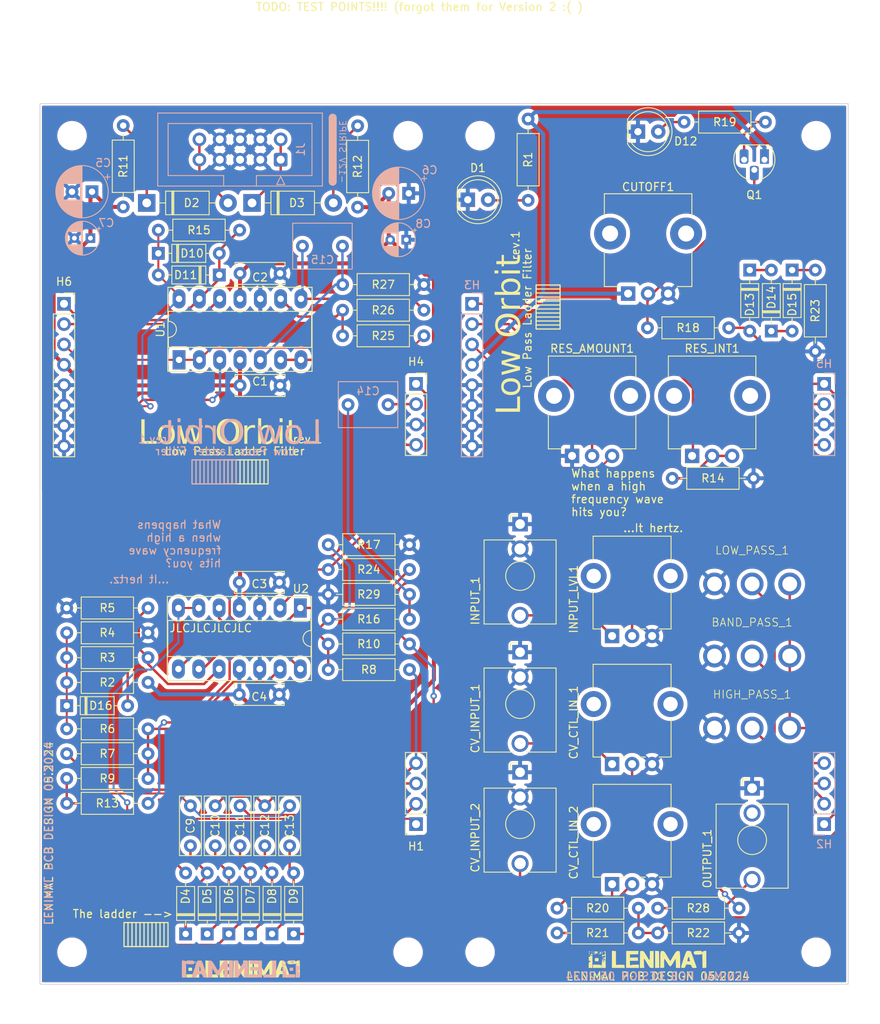
<source format=kicad_pcb>
(kicad_pcb (version 20240108) (generator "pcbnew") (generator_version "8.0")
  (layers (0 "F.Cu" signal) (31 "B.Cu" signal) (34 "B.Paste" user) (35 "F.Paste" user) (36 "B.SilkS" user "B.Silkscreen") (37 "F.SilkS" user "F.Silkscreen") (38 "B.Mask" user) (39 "F.Mask" user) (44 "Edge.Cuts" user))
  (net 0 "")
  (net 1 "Net-(H2B-Pin_2)")
  (net 2 "GNDREF")
  (net 3 "+12V")
  (net 4 "-12V")
  (net 5 "Net-(D5-K)")
  (net 6 "Net-(D6-K)")
  (net 7 "Net-(D7-K)")
  (net 8 "Net-(D8-K)")
  (net 9 "Net-(D10-A)")
  (net 10 "Net-(C15-Pad1)")
  (net 11 "Net-(U1B-+)")
  (net 12 "Net-(D1-A)")
  (net 13 "Net-(D2-A)")
  (net 14 "Net-(H1D-Pin_4)")
  (net 15 "Net-(Q1-E)")
  (net 16 "Net-(H1B-Pin_2)")
  (net 17 "Net-(H2D-Pin_4)")
  (net 18 "Net-(U2B-+)")
  (net 19 "Net-(U2C-+)")
  (net 20 "Net-(U2D--)")
  (net 21 "Net-(U2C--)")
  (net 22 "Net-(U1C--)")
  (net 23 "Net-(Q1-B)")
  (net 24 "Net-(CV_CTL_IN_1-Pad1)")
  (net 25 "Net-(CV_CTL_IN_1-Pad2)")
  (net 26 "Net-(CV_CTL_IN_2-Pad1)")
  (net 27 "Net-(CV_CTL_IN_2-Pad2)")
  (net 28 "Net-(D3-A)")
  (net 29 "Net-(D3-K)")
  (net 30 "Net-(D4-K)")
  (net 31 "Net-(D4-A)")
  (net 32 "Net-(D13-A)")
  (net 33 "/resonance/output")
  (net 34 "/cv-input/cv_out")
  (net 35 "Net-(D14-K)")
  (net 36 "Net-(D15-K)")
  (net 37 "/resonance/input")
  (net 38 "/output/input")
  (net 39 "/input/output")
  (net 40 "Net-(INPUT_1-PadT)")
  (net 42 "Net-(OUTPUT_1-PadT)")
  (net 43 "Net-(BAND_PASS_1-B)")
  (net 44 "Net-(BAND_PASS_1-C)")
  (net 45 "Net-(H1C-Pin_3)")
  (net 46 "Net-(C14-Pad2)")
  (net 47 "Net-(H4B-Pin_2)")
  (net 48 "Net-(D2-K)")
  (net 49 "Net-(D9-K)")
  (net 50 "Net-(D12-A)")
  (net 51 "Net-(D13-K)")
  (net 52 "Net-(D16-A)")
  (net 53 "Net-(H3B-Pin_2)")
  (net 54 "Net-(H3A-Pin_1)")
  (net 55 "Net-(H4A-Pin_1)")
  (net 56 "Net-(H4D-Pin_4)")
  (net 57 "Net-(H5D-Pin_4)")
  (net 58 "Net-(H5B-Pin_2)")
  (net 59 "Net-(H6B-Pin_2)")
  (net 60 "Net-(R13-Pad1)")
  (net 61 "Net-(R14-Pad1)")
  (footprint "Synth:D_DO-35_SOD27_P7.62mm_Horizontal" (layer "F.Cu") (at 79 153.71 90)
    (property "Reference" "D8")
    (property "Value" "1N4148")
  )
  (footprint "Synth:R_Default (DIN0207)" (layer "F.Cu") (at 86.05 114.4)
    (property "Reference" "R16")
    (property "Value" "33K")
  )
  (footprint "Synth:SW_default" (layer "F.Cu") (at 139 119)
    (property "Reference" "BAND_PASS_1")
    (property "Value" "BAND_PASS")
  )
  (footprint "Synth:Jack_3.5mm_QingPu_WQP-PJ398SM_Vertical_CircularHoles" (layer "F.Cu") (at 110 140)
    (property "Reference" "CV_INPUT_2")
    (property "Value" "CV_INPUT_2")
  )
  (footprint "Synth:D_DO-35_SOD27_P7.62mm_Horizontal" (layer "F.Cu") (at 138.7 70.79 -90)
    (property "Reference" "D13")
    (property "Value" "1N4148")
  )
  (footprint "Synth:R_Default (DIN0207)" (layer "F.Cu") (at 111 51.95 -90)
    (property "Reference" "R1")
    (property "Value" "470R")
  )
  (footprint "Synth:PinSocket_1x08_P2.54mm_Vertical" (layer "F.Cu") (at 53 75)
    (property "Reference" "H6")
    (property "Value" "PinSocket_01x08")
  )
  (footprint "Synth:R_Default (DIN0207)" (layer "F.Cu") (at 63.47 116.1 180)
    (property "Reference" "R4")
    (property "Value" "27K")
  )
  (footprint "Synth:PinSocket_1x04_P2.54mm_Vertical" (layer "F.Cu") (at 97 85)
    (property "Reference" "H4")
    (property "Value" "PinSocket_01x04")
  )
  (footprint "Synth:C_RECT_WIMA_0.1uF" (layer "F.Cu") (at 81.2 137.71 -90)
    (property "Reference" "C13")
    (property "Value" "1nF [2,5%]")
  )
  (footprint "Synth:Potentiometer_TT_P0915N" (layer "F.Cu") (at 134 86.5)
    (property "Reference" "RES_INT1")
    (property "Value" "B50K")
  )
  (footprint "Synth:Jack_3.5mm_QingPu_WQP-PJ398SM_Vertical_CircularHoles" (layer "F.Cu") (at 110 125)
    (property "Reference" "CV_INPUT_1")
    (property "Value" "CV_INPUT_1")
  )
  (footprint "Synth:R_Default (DIN0207)" (layer "F.Cu") (at 97.95 72.6 180)
    (property "Reference" "R27")
    (property "Value" "100K")
  )
  (footprint "Synth:D_DO-35_SOD27_P7.62mm_Horizontal" (layer "F.Cu") (at 64.79 68.7)
    (property "Reference" "D10")
    (property "Value" "1N4148")
  )
  (footprint "Synth:Potentiometer_TT_P0915N" (layer "F.Cu") (at 119 86.5)
    (property "Reference" "RES_AMOUNT1")
    (property "Value" "B100K")
  )
  (footprint "Synth:LED_D5.0mm (center Aligned)" (layer "F.Cu") (at 126 53.5)
    (property "Reference" "D12")
    (property "Value" "LED")
  )
  (footprint "Synth:R_Default (DIN0207)" (layer "F.Cu") (at 146.9 70.82 -90)
    (property "Reference" "R23")
    (property "Value" "1K")
  )
  (footprint "Synth:R_Default (DIN0207)" (layer "F.Cu") (at 63.47 119.2 180)
    (property "Reference" "R3")
    (property "Value" "33K [1%]")
  )
  (footprint "Synth:D_DO-41_SOD81_P10.16mm_Horizontal" (layer "F.Cu") (at 63.39 62.4)
    (property "Reference" "D2")
    (property "Value" "1N5819")
  )
  (footprint "Synth:lenimal_logo_full" (layer "F.Cu") (at 126 156.9)
    (property "Reference" "G***" (hide yes))
    (property "Value" "LOGO" (hide yes))
  )
  (footprint "Synth:D_DO-35_SOD27_P7.62mm_Horizontal" (layer "F.Cu") (at 144 70.79 -90)
    (property "Reference" "D15")
    (property "Value" "1N4148")
  )
  (footprint "MountingHole:MountingHole_3.2mm_M3" (layer "F.Cu") (at 54 54)
    (property "Reference" "H7" (hide yes))
    (property "Value" "MountingHole")
  )
  (footprint "Synth:R_Default (DIN0207)" (layer "F.Cu") (at 124.75 150.5 180)
    (property "Reference" "R20")
    (property "Value" "47K [1%]")
  )
  (footprint "Synth:R_Default (DIN0207)" (layer "F.Cu") (at 96.15 120.7 180)
    (property "Reference" "R8")
    (property "Value" "33K [1%]")
  )
  (footprint "Synth:D_DO-35_SOD27_P7.62mm_Horizontal" (layer "F.Cu") (at 81.7 153.71 90)
    (property "Reference" "D9")
    (property "Value" "1N4148")
  )
  (footprint "Synth:D_DO-35_SOD27_P7.62mm_Horizontal" (layer "F.Cu") (at 72.41 71.4 180)
    (property "Reference" "D11")
    (property "Value" "1N4148")
  )
  (footprint "Synth:R_Default (DIN0207)" (layer "F.Cu") (at 136.05 78 180)
    (property "Reference" "R18")
    (property "Value" "100K")
  )
  (footprint "Synth:R_Default (DIN0207)" (layer "F.Cu") (at 63.47 134.3 180)
    (property "Reference" "R9")
    (property "Value" "33K [1%]")
  )
  (footprint "Synth:R_Default (DIN0207)" (layer "F.Cu") (at 53.37 128.1)
    (property "Reference" "R6")
    (property "Value" "33K [1%]")
  )
  (footprint "Synth:R_Default (DIN0207)" (layer "F.Cu") (at 53.37 113)
    (property "Reference" "R5")
    (property "Value" "33K [1%]")
  )
  (footprint "Synth:R_Default (DIN0207)" (layer "F.Cu") (at 97.95 79 180)
    (property "Reference" "R25")
    (property "Value" "1K")
  )
  (footprint "Synth:R_Default (DIN0207)" (layer "F.Cu") (at 96.15 105.09423 180)
    (property "Reference" "R17")
    (property "Value" "680R")
  )
  (footprint "Synth:R_Default (DIN0207)" (layer "F.Cu") (at 96.15 117.5 180)
    (property "Reference" "R10")
    (property "Value" "33K [1%]")
  )
  (footprint "Synth:D_DO-35_SOD27_P7.62mm_Horizontal" (layer "F.Cu") (at 141.4 78.41 90)
    (property "Reference" "D14")
    (property "Value" "1N4148")
  )
  (footprint "MountingHole:MountingHole_3.2mm_M3" (layer "F.Cu") (at 147 156)
    (property "Reference" "H14" (hide yes))
    (property "Value" "MountingHole")
  )
  (footprint "Synth:R_Default (DIN0207)" (layer "F.Cu") (at 53.37 131.2)
    (property "Reference" "R7")
    (property "Value" "33K [1%]")
  )
  (footprint "Synth:R_Default (DIN0207)" (layer "F.Cu") (at 124.75 153.6 180)
    (property "Reference" "R21")
    (property "Value" "47K [1%]")
  )
  (footprint "Capacitor_THT:C_Disc_D6.0mm_W2.5mm_P5.00mm" (layer "F.Cu") (at 74.915 109.8)
    (property "Reference" "C3")
    (property "Value" "0.1uF")
  )
  (footprint "Synth:R_Default (DIN0207)" (layer "F.Cu") (at 53.37 122.3)
    (property "Reference" "R2")
    (property "Value" "100K")
  )
  (footprint "Synth:R_Default (DIN0207)" (layer "F.Cu") (at 96.15 108.2 180)
    (property "Reference" "R24")
    (property "Value" "14K")
  )
  (footprint "Synth:Jack_3.5mm_QingPu_WQP-PJ398SM_Vertical_CircularHoles" (layer "F.Cu") (at 139 142)
    (property "Reference" "OUTPUT_1")
    (property "Value" "FILTER_OUT")
  )
  (footprint "MountingHole:MountingHole_3.2mm_M3" (layer "F.Cu") (at 96 156)
    (property "Reference" "H10" (hide yes))
    (property "Value" "MountingHole")
  )
  (footprint "Synth:D_DO-35_SOD27_P7.62mm_Horizontal" (layer "F.Cu") (at 68.2 153.72 90)
    (property "Reference" "D4")
    (property "Value" "1N4148")
  )
  (footprint "Synth:Potentiometer_Alpha_RD901F-40-00D_Single_Vertical_CircularHoles" (layer "F.Cu") (at 124 140)
    (property "Reference" "CV_CTL_IN_2")
    (property "Value" "B100K")
  )
  (footprint "Synth:D_DO-35_SOD27_P7.62mm_Horizontal" (layer "F.Cu") (at 73.6 153.71 90)
    (property "Reference" "D6")
    (property "Value" "1N4148")
  )
  (footprint "Synth:D_DO-35_SOD27_P7.62mm_Horizontal" (layer "F.Cu") (at 70.9 153.72 90)
    (property "Reference" "D5")
    (property "Value" "1N4148")
  )
  (footprint "Synth:R_Default (DIN0207)" (layer "F.Cu") (at 89.7 62.9 90)
    (property "Reference" "R12")
    (property "Value" "10R")
  )
  (footprint "Synth:SW_default" (layer "F.Cu") (at 139 128)
    (property "Reference" "HIGH_PASS_1")
    (property "Value" "HIGH_PASS")
  )
  (footprint "Synth:R_Default (DIN0207)" (layer "F.Cu") (at 140.63 52.3 180)
    (property "Reference" "R19")
    (property "Value" "470R")
  )
  (footprint "Synth:SW_default" (layer "F.Cu") (at 139 110)
    (property "Reference" "LOW_PASS_1")
    (property "Value" "LOW_PASS")
  )
  (footprint "Synth:LED_D5.0mm (center Aligned)" (layer "F.Cu") (at 104.73 62)
    (property "Reference" "D1")
    (property "Value" "LED")
  )
  (footprint "Synth:Potentiometer_TT_P0915N" (layer "F.Cu") (at 126 66.225)
    (property "Reference" "CUTOFF1")
    (property "Value" "B100K")
  )
  (footprint "Synth:C_RECT_WIMA_0.1uF" (layer "F.Cu") (at 78.1 137.71 -90)
    (property "Reference" "C12")
    (property "Value" "1nF [2,5%]")
  )
  (footprint "Package_DIP:DIP-14_W7.62mm_Socket_LongPads" (layer "F.Cu") (at 82.54 113 -90)
    (property "Reference" "U2")
    (property "Value" "TL074")
  )
  (footprint "Synth:Jack_3.5mm_QingPu_WQP-PJ398SM_Vertical_CircularHoles" (layer "F.Cu") (at 110 109)
    (property "Reference" "INPUT_1")
    (property "Value" "IN")
  )
  (footprint "Capacitor_THT:C_Disc_D6.0mm_W2.5mm_P5.00mm" (layer "F.Cu") (at 79.9 123.8 180)
    (property "Reference" "C4")
    (property "Value" "0.1uF")
  )
  (footprint "Synth:R_Default (DIN0207)" (layer "F.Cu") (at 127.23 153.6)
    (property "Reference" "R22")
    (property "Value" "47K [1%]")
  )
  (footprint "Synth:D_DO-35_SOD27_P7.62mm_Horizontal" (layer "F.Cu") (at 53.34 125.2)
    (property "Reference" "D16")
    (property "Value" "1N4148")
  )
  (footprint "Synth:C_RECT_WIMA_0.1uF" (layer "F.Cu") (at 71.9 137.71 -90)
    (property "Reference" "C10")
    (property "Value" "1nF [2,5%]")
  )
  (footprint "Synth:R_Default (DIN0207)" (layer "F.Cu") (at 129.05 96.8)
    (property "Reference" "R14")
    (property "Value" "1K")
  )
  (footprint "MountingHole:MountingHole_3.2mm_M3" (layer "F.Cu") (at 54 156)
    (property "Reference" "H8" (hide yes))
    (property "Value" "MountingHole")
  )
  (footprint "Synth:R_Default (DIN0207)" (layer "F.Cu") (at 96.15 111.3 180)
    (property "Reference" "R29")
    (property "Value" "100K")
  )
  (footprint "Synth:lenimal_logo_full" (layer "F.Cu") (at 75.2 158.1)
    (property "Reference" "G***" (hide yes))
    (property "Value" "LOGO" (hide yes))
  )
  (footprint "Synth:D_DO-41_SOD81_P10.16mm_Horizontal" (layer "F.Cu") (at 76.55 62.4)
    (property "Reference" "D3")
    (property "Value" "1N5819")
  )
  (footprint "Synth:Potentiometer_Alpha_RD901F-40-00D_Single_Vertical_CircularHoles" (layer "F.Cu") (at 124 125)
    (property "Reference" "CV_CTL_IN_1")
    (property "Value" "B100K")
  )
  (footprint "MountingHole:MountingHole_3.2mm_M3" (layer "F.Cu") (at 147 54)
    (property "Reference" "H13" (hide yes))
    (property "Value" "MountingHole")
  )
  (footprint "MountingHole:MountingHole_3.2mm_M3" (layer "F.Cu") (at 105 54)
    (property "Reference" "H11" (hide yes))
    (property "Value" "MountingHole")
  )
  (footprint "MountingHole:MountingHole_3.2mm_M3" (layer "F.Cu") (at 105 156)
    (property "Reference" "H12" (hide yes))
    (property "Value" "MountingHole")
  )
  (footprint "Capacitor_THT:C_Disc_D6.0mm_W2.5mm_P5.00mm" (layer "F.Cu") (at 80 71.2 180)
    (property "Reference" "C2")
    (property "Value" "0.1uF")
  )
  (footprint "Synth:D_DO-35_SOD27_P7.62mm_Horizontal" (layer "F.Cu") (at 76.3 153.71 90)
    (property "Reference" "D7")
    (property "Value" "1N4148")
  )
  (footprint "MountingHole:MountingHole_3.2mm_M3" (layer "F.Cu") (at 96 54)
    (property "Reference" "H9" (hide yes))
    (property "Value" "MountingHole")
  )
  (footprint "Synth:R_Default (DIN0207)" (layer "F.Cu") (at 64.82 65.8)
    (property "Reference" "R15")
    (property "Value" "100K")
  )
  (footprint "Synth:PinSocket_1x04_P2.54mm_Vertical" (layer "F.Cu") (at 97 140 180)
    (property "Reference" "H1")
    (property "Value" "PinSocket_01x04")
  )
  (footprint "Synth:C_RECT_WIMA_0.1uF" (layer "F.Cu") (at 75 137.71 -90)
    (property "Reference" "C11")
    (property "Value" "1nF [2,5%]")
  )
  (footprint "Synth:R_Default (DIN0207)" (layer "F.Cu") (at 60.4 62.87 90)
    (property "Reference" "R11")
    (property "Value" "10R")
  )
  (footprint "Capacitor_THT:C_Disc_D6.0mm_W2.5mm_P5.00mm" (layer "F.Cu") (at 75 85.2)
    (property "Reference" "C1")
    (property "Value" "0.1uF")
  )
  (footprint "Synth:Potentiometer_Alpha_RD901F-40-00D_Single_Vertical_CircularHoles" (layer "F.Cu") (at 124 109)
    (property "Reference" "INPUT_LVL1")
    (property "Value" "B100K")
  )
  (footprint "Synth:R_Default (DIN0207)" (layer "F.Cu") (at 63.47 137.4 180)
    (property "Reference" "R13")
    (property "Value" "2K")
  )
  (footprint "Package_DIP:DIP-14_W7.62mm_Socket_LongPads" (layer "F.Cu") (at 67.375 82 90)
    (property "Reference" "U1")
    (property "Value" "TL074")
  )
  (footprint "Package_TO_SOT_THT:TO-92_HandSolder" (layer "F.Cu") (at 140.54 57 180)
    (property "Reference" "Q1")
    (property "Value" "BC548")
  )
  (footprint "Synth:R_Default (DIN0207)" (layer "F.Cu") (at 87.85 75.8)
    (property "Reference" "R26")
    (property "Value" "33K")
  )
  (footprint "Synth:R_Default (DIN0207)" (layer "F.Cu") (at 127.23 150.5)
    (property "Reference" "R28")
    (property "Value" "1K")
  )
  (footprint "Synth:C_RECT_WIMA_0.1uF" (layer "F.Cu") (at 68.8 137.71 -90)
    (property "Reference" "C9")
    (property "Value" "1nF [2,5%]")
  )
  (footprint "Synth:lenimal_logo_full" (layer "B.Cu") (at 75 158.1 180)
    (property "Reference" "G***" (hide yes))
    (property "Value" "LOGO" (hide yes))
  )
  (footprint "Synth:C_RECT_MKT_1uF" (layer "B.Cu") (at 82.8 67.8)
    (property "Reference" "C15")
    (property "Value" "C_1uF (MKS)")
  )
  (footprint "Synth:PinHeader_1x04_P2.54mm_Vertical" (layer "B.Cu") (at 148 140)
    (property "Reference" "H2")
    (property "Value" "PinHeader_01x04")
  )
  (footprint "Capacitor_THT:CP_Radial_D4.0mm_P2.00mm" (layer "B.Cu") (at 95.7726 67 180)
    (property "Reference" "C8")
    (property "Value" "0.1uF")
  )
  (footprint "Synth:PinHeader_1x08_P2.54mm_Vertical" (layer "B.Cu") (at 104 75 180)
    (property "Reference" "H3")
    (property "Value" "PinHeader_01x08")
  )
  (footprint "Capacitor_THT:CP_Radial_D6.3mm_P2.50mm" (layer "B.Cu") (at 56.5 61 180)
    (property "Reference" "C5")
    (property "Value" "47uF")
  )
  (footprint "Capacitor_THT:CP_Radial_D4.0mm_P2.00mm" (layer "B.Cu") (at 56.3 66.8 180)
    (property "Reference" "C7")
    (property "Value" "0.1uF")
  )
  (footprint "Synth:IDC-Header_2x05_P2.54mm_Vertical" (layer "B.Cu") (at 80.08 57 90)
    (property "Reference" "J1")
    (property "Value" "PWR")
  )
  (footprint "Capacitor_THT:CP_Radial_D6.3mm_P2.50mm" (layer "B.Cu") (at 96.08238 61.2 180)
    (property "Reference" "C6")
    (property "Value" "47uF")
  )
  (footprint "Synth:PinHeader_1x04_P2.54mm_Vertical" (layer "B.Cu") (at 148 85 180)
    (property "Reference" "H5")
    (property "Value" "PinHeader_01x04")
  )
  (footprint "Synth:C_RECT_MKT_1uF" (layer "B.Cu") (at 93.5 87.6 180)
    (property "Reference" "C14")
    (property "Value" "1uF")
  )
  (gr_line (start 73 94.5) (end 73 97.5) (stroke (width 0.15)) (layer "B.SilkS"))
  (gr_line (start 70 94.5) (end 70 97.5) (stroke (width 0.15)) (layer "B.SilkS"))
  (gr_line (start 74 94.5) (end 74 97.5) (stroke (width 0.15)) (layer "B.SilkS"))
  (gr_rect (start 69 94.5) (end 74.5 97.5) (stroke (width 0.15)) (fill none) (layer "B.SilkS"))
  (gr_line (start 70.5 94.5) (end 70.5 97.5) (stroke (width 0.15)) (layer "B.SilkS"))
  (gr_line (start 71 94.5) (end 71 97.5) (stroke (width 0.15)) (layer "B.SilkS"))
  (gr_line (start 71.5 94.5) (end 71.5 97.5) (stroke (width 0.15)) (layer "B.SilkS"))
  (gr_line (start 72 94.5) (end 72 97.5) (stroke (width 0.15)) (layer "B.SilkS"))
  (gr_line (start 73.5 94.5) (end 73.5 97.5) (stroke (width 0.15)) (layer "B.SilkS"))
  (gr_line (start 69.5 94.5) (end 69.5 97.5) (stroke (width 0.15)) (layer "B.SilkS"))
  (gr_line (start 72.5 94.5) (end 72.5 97.5) (stroke (width 0.15)) (layer "B.SilkS"))
  (gr_line (start 115 74.65) (end 112 74.65) (stroke (width 0.15)) (layer "F.SilkS"))
  (gr_line (start 65 155.3) (end 65 152.3) (stroke (width 0.15)) (layer "F.SilkS"))
  (gr_line (start 75 97.5) (end 75 94.5) (stroke (width 0.15)) (layer "F.SilkS"))
  (gr_line (start 78 97.5) (end 78 94.5) (stroke (width 0.15)) (layer "F.SilkS"))
  (gr_line (start 115 75.65) (end 112 75.65) (stroke (width 0.15)) (layer "F.SilkS"))
  (gr_line (start 62 155.3) (end 62 152.3) (stroke (width 0.15)) (layer "F.SilkS"))
  (gr_line (start 64 155.3) (end 64 152.3) (stroke (width 0.15)) (layer "F.SilkS"))
  (gr_line (start 115 77.65) (end 112 77.65) (stroke (width 0.15)) (layer "F.SilkS"))
  (gr_line (start 63 155.3) (end 63 152.3) (stroke (width 0.15)) (layer "F.SilkS"))
  (gr_rect (start 73 94.5) (end 78.5 97.5) (stroke (width 0.15)) (fill none) (layer "F.SilkS"))
  (gr_rect (start 112 72.65) (end 115 78.15) (stroke (width 0.15)) (fill none) (layer "F.SilkS"))
  (gr_line (start 77 97.5) (end 77 94.5) (stroke (width 0.15)) (layer "F.SilkS"))
  (gr_line (start 115 73.15) (end 112 73.15) (stroke (width 0.15)) (layer "F.SilkS"))
  (gr_line (start 62.5 155.3) (end 62.5 152.3) (stroke (width 0.15)) (layer "F.SilkS"))
  (gr_line (start 74.5 97.5) (end 74.5 94.5) (stroke (width 0.15)) (layer "F.SilkS"))
  (gr_line (start 76.5 97.5) (end 76.5 94.5) (stroke (width 0.15)) (layer "F.SilkS"))
  (gr_line (start 115 76.15) (end 112 76.15) (stroke (width 0.15)) (layer "F.SilkS"))
  (gr_line (start 115 73.65) (end 112 73.65) (stroke (width 0.15)) (layer "F.SilkS"))
  (gr_line (start 63.5 155.3) (end 63.5 152.3) (stroke (width 0.15)) (layer "F.SilkS"))
  (gr_line (start 73.5 97.5) (end 73.5 94.5) (stroke (width 0.15)) (layer "F.SilkS"))
  (gr_line (start 115 75.15) (end 112 75.15) (stroke (width 0.15)) (layer "F.SilkS"))
  (gr_line (start 77.5 97.5) (end 77.5 94.5) (stroke (width 0.15)) (layer "F.SilkS"))
  (gr_line (start 74 97.5) (end 74 94.5) (stroke (width 0.15)) (layer "F.SilkS"))
  (gr_line (start 61.5 155.3) (end 61.5 152.3) (stroke (width 0.15)) (layer "F.SilkS"))
  (gr_line (start 76 97.5) (end 76 94.5) (stroke (width 0.15)) (layer "F.SilkS"))
  (gr_line (start 61 155.3) (end 61 152.3) (stroke (width 0.15)) (layer "F.SilkS"))
  (gr_line (start 65.5 155.3) (end 65.5 152.3) (stroke (width 0.15)) (layer "F.SilkS"))
  (gr_line (start 115 76.65) (end 112 76.65) (stroke (width 0.15)) (layer "F.SilkS"))
  (gr_line (start 115 77.15) (end 112 77.15) (stroke (width 0.15)) (layer "F.SilkS"))
  (gr_line (start 115 74.15) (end 112 74.15) (stroke (width 0.15)) (layer "F.SilkS"))
  (gr_line (start 75.5 97.5) (end 75.5 94.5) (stroke (width 0.15)) (layer "F.SilkS"))
  (gr_rect (start 60.5 152.3) (end 66 155.3) (stroke (width 0.15)) (fill none) (layer "F.SilkS"))
  (gr_line (start 64.5 155.3) (end 64.5 152.3) (stroke (width 0.15)) (layer "F.SilkS"))
  (gr_rect (start 50 50) (end 151 160) (stroke (width 0.1)) (fill none) (layer "Edge.Cuts"))
  (gr_text "Low Pass Ladder Filter" (at 82 94 -0) (layer "B.SilkS") (effects (font (size 1 1)) (justify left bottom mirror)))
  (gr_text "Low Orbit" (at 85.25 93 -0) (layer "B.SilkS") (effects (font (size 3 3)) (justify left bottom mirror)))
  (gr_text "What happens \nwhen a high \nfrequency wave \nhits you?" (at 72.72619 108 -0) (layer "B.SilkS") (effects (font (size 1 1)) (justify left bottom mirror)))
  (gr_text "rev.1" (at 66 92.5 -0) (layer "B.SilkS") (effects (font (size 1 1)) (justify left bottom mirror)))
  (gr_text "LENIMAL PCB DESIGN 05.2024" (at 138.7 159.6 -0) (layer "B.SilkS") (effects (font (size 1 1)) (justify left bottom mirror)))
  (gr_text "...It hertz." (at 66.22619 110 -0) (layer "B.SilkS") (effects (font (size 1 1)) (justify left bottom mirror)))
  (gr_text "LENIMAL PCB DESIGN 05.2024" (at 50.4 152.7 -90) (layer "B.SilkS") (effects (font (size 1 1)) (justify left bottom mirror)))
  (gr_text "rev.1" (at 81.5 92.5 0) (layer "F.SilkS") (effects (font (size 1 1)) (justify left bottom)))
  (gr_text "Low Orbit" (at 110.5 88.9 90) (layer "F.SilkS") (effects (font (size 3 3)) (justify left bottom)))
  (gr_text "LENIMAL PCB DESIGN 05.2024" (at 51.7 152.7 90) (layer "F.SilkS") (effects (font (size 1 1)) (justify left bottom)))
  (gr_text "Low Pass Ladder Filter" (at 65.5 94 0) (layer "F.SilkS") (effects (font (size 1 1)) (justify left bottom)))
  (gr_text "LENIMAL PCB DESIGN 05.2024" (at 115.7 159.6 0) (layer "F.SilkS") (effects (font (size 1 1)) (justify left bottom)))
  (gr_text "rev.1" (at 110 69.65 90) (layer "F.SilkS") (effects (font (size 1 1)) (justify left bottom)))
  (gr_text "Low Pass Ladder Filter" (at 111.5 85.65 90) (layer "F.SilkS") (effects (font (size 1 1)) (justify left bottom)))
  (gr_text "...It hertz." (at 122.8 103.6 0) (layer "F.SilkS") (effects (font (size 1 1)) (justify left bottom)))
  (gr_text "TODO: TEST POINTS!!!! (forgot them for Version 2 :( )" (at 76.9 38.5 0) (layer "F.SilkS") (effects (font (size 1 1)) (justify left bottom)))
  (gr_text "Low Orbit" (at 62.25 93 0) (layer "F.SilkS") (effects (font (size 3 3)) (justify left bottom)))
  (gr_text "The ladder -->" (at 54 151.8 0) (layer "F.SilkS") (effects (font (size 1 1)) (justify left bottom)))
  (gr_text "JLCJLCJLCJLC" (at 66.1 116.1 0) (layer "F.SilkS") (effects (font (size 1 1)) (justify left bottom)))
  (gr_text "What happens \nwhen a high \nfrequency wave \nhits you?" (at 116.3 101.6 0) (layer "F.SilkS") (effects (font (size 1 1)) (justify left bottom)))
  (segment (start 138.985786 128) (end 138.7 128) (width 0.3) (layer "F.Cu") (net 1))
  (segment (start 148 137.46) (end 148 137.014214) (width 0.3) (layer "F.Cu") (net 1))
  (segment (start 148 137.014214) (end 138.985786 128) (width 0.3) (layer "F.Cu") (net 1))
  (segment (start 51.7 81.32) (end 53 82.62) (width 0.5) (layer "F.Cu") (net 3))
  (segment (start 53 82.62) (end 55.58 85.2) (width 0.5) (layer "F.Cu") (net 3))
  (segment (start 74.995 82) (end 74.995 85.195) (width 0.5) (layer "F.Cu") (net 3))
  (segment (start 55.58 85.2) (end 75 85.2) (width 0.5) (layer "F.Cu") (net 3))
  (segment (start 56.5 61) (end 56.5 61.6) (width 0.5) (layer "F.Cu") (net 3))
  (segment (start 75 109.715) (end 74.915 109.8) (width 0.5) (layer "F.Cu") (net 3))
  (segment (start 58.4 62.9) (end 56.5 61) (width 0.5) (layer "F.Cu") (net 3))
  (segment (start 51.7 71.4) (end 51.7 81.32) (width 0.5) (layer "F.Cu") (net 3))
  (segment (start 74.995 85.195) (end 75 85.2) (width 0.5) (layer "F.Cu") (net 3))
  (segment (start 75 85.2) (end 75 109.715) (width 0.5) (layer "F.Cu") (net 3))
  (segment (start 74.915 112.995) (end 74.92 113) (width 0.5) (layer "F.Cu") (net 3))
  (segment (start 56.3 66.8) (end 51.7 71.4) (width 0.5) (layer "F.Cu") (net 3))
  (segment (start 60.4 62.9) (end 58.4 62.9) (width 0.5) (layer "F.Cu") (net 3))
  (segment (start 56.3 61.8) (end 56.3 66.8) (width 0.5) (layer "F.Cu") (net 3))
  (segment (start 56.5 61.6) (end 56.3 61.8) (width 0.5) (layer "F.Cu") (net 3))
  (segment (start 140.54 55.44) (end 140.54 57) (width 0.5) (layer "B.Cu") (net 3))
  (segment (start 104 82.62) (end 112.895 73.725) (width 0.5) (layer "B.Cu") (net 3))
  (segment (start 112.895 53.815) (end 112.895 73.725) (width 0.5) (layer "B.Cu") (net 3))
  (segment (start 74.915 109.8) (end 74.915 112.995) (width 0.5) (layer "B.Cu") (net 3))
  (segment (start 136.15 51.05) (end 140.54 55.44) (width 0.5) (layer "B.Cu") (net 3))
  (segment (start 112.895 73.725) (end 123.5 73.725) (width 0.5) (layer "B.Cu") (net 3))
  (segment (start 111 51.92) (end 111.87 51.05) (width 0.5) (layer "B.Cu") (net 3))
  (segment (start 111 51.92) (end 112.895 53.815) (width 0.5) (layer "B.Cu") (net 3))
  (segment (start 111.87 51.05) (end 136.15 51.05) (width 0.5) (layer "B.Cu") (net 3))
  (segment (start 93.58238 66.80978) (end 93.7726 67) (width 0.5) (layer "F.Cu") (net 4))
  (segment (start 75 74.375) (end 74.995 74.38) (width 0.5) (layer "F.Cu") (net 4))
  (segment (start 99.23 72.082233) (end 99.23 121.97) (width 0.5) (layer "F.Cu") (net 4))
  (segment (start 98.1226 71.35) (end 98.497767 71.35) (width 0.5) (layer "F.Cu") (net 4))
  (segment (start 99.23 121.97) (end 95.6 125.6) (width 0.5) (layer "F.Cu") (net 4))
  (segment (start 75 71.2) (end 75 74.375) (width 0.5) (layer "F.Cu") (net 4))
  (segment (start 93.58238 61.2) (end 93.58238 66.80978) (width 0.5) (layer "F.Cu") (net 4))
  (segment (start 90.8226 69.95) (end 76.25 69.95) (width 0.5) (layer "F.Cu") (net 4))
  (segment (start 93.7726 67) (end 90.8226 69.95) (width 0.5) (layer "F.Cu") (net 4))
  (segment (start 93.7726 67) (end 98.1226 71.35) (width 0.5) (layer "F.Cu") (net 4))
  (segment (start 89.7 62.93) (end 91.85238 62.93) (width 0.5) (layer "F.Cu") (net 4))
  (segment (start 91.85238 62.93) (end 93.58238 61.2) (width 0.5) (layer "F.Cu") (net 4))
  (segment (start 76.25 69.95) (end 75 71.2) (width 0.5) (layer "F.Cu") (net 4))
  (segment (start 98.497767 71.35) (end 99.23 72.082233) (width 0.5) (layer "F.Cu") (net 4))
  (segment (start 76.7 125.6) (end 74.9 123.8) (width 0.5) (layer "F.Cu") (net 4))
  (segment (start 74.92 123.78) (end 74.9 123.8) (width 0.5) (layer "F.Cu") (net 4))
  (segment (start 95.6 125.6) (end 76.7 125.6) (width 0.5) (layer "F.Cu") (net 4))
  (segment (start 74.9 123.8) (end 65 123.8) (width 0.5) (layer "B.Cu") (net 4))
  (segment (start 65 123.8) (end 63.5 122.3) (width 0.5) (layer "B.Cu") (net 4))
  (segment (start 74.92 120.62) (end 74.92 123.78) (width 0.5) (layer "B.Cu") (net 4))
  (segment (start 71.9 144.39) (end 73.6 146.09) (width 0.3) (layer "F.Cu") (net 5))
  (segment (start 73.6 151.02) (end 70.9 153.72) (width 0.3) (layer "F.Cu") (net 5))
  (segment (start 73.6 146.09) (end 73.6 151.02) (width 0.3) (layer "F.Cu") (net 5))
  (segment (start 71.9 142.71) (end 71.9 144.39) (width 0.3) (layer "F.Cu") (net 5))
  (segment (start 66.3 155.1) (end 72.21 155.1) (width 0.3) (layer "F.Cu") (net 6))
  (segment (start 75 144.79) (end 76.3 146.09) (width 0.3) (layer "F.Cu") (net 6))
  (segment (start 75 142.71) (end 75 144.79) (width 0.3) (layer "F.Cu") (net 6))
  (segment (start 62.828248 87) (end 50.725 99.103248) (width 0.3) (layer "F.Cu") (net 6))
  (segment (start 71.55 87) (end 62.828248 87) (width 0.3) (layer "F.Cu") (net 6))
  (segment (start 76.3 151.01) (end 73.6 153.71) (width 0.3) (layer "F.Cu") (net 6))
  (segment (start 50.725 139.525) (end 66.3 155.1) (width 0.3) (layer "F.Cu") (net 6))
  (segment (start 50.725 99.103248) (end 50.725 139.525) (width 0.3) (layer "F.Cu") (net 6))
  (segment (start 72.21 155.1) (end 73.6 153.71) (width 0.3) (layer "F.Cu") (net 6))
  (segment (start 76.3 146.09) (end 76.3 151.01) (width 0.3) (layer "F.Cu") (net 6))
  (via (at 71.55 87) (size 0.8) (drill 0.4) (layers "F.Cu" "B.Cu") (net 6))
  (segment (start 72.5 82.29) (end 72.455 82.245) (width 0.3) (layer "B.Cu") (net 6))
  (segment (start 72.5 86.05) (end 72.5 82.29) (width 0.3) (layer "B.Cu") (net 6))
  (segment (start 71.55 87) (end 72.5 86.05) (width 0.3) (layer "B.Cu") (net 6))
  (segment (start 72.455 82.245) (end 72.455 82) (width 0.3) (layer "B.Cu") (net 6))
  (segment (start 79 146.09) (end 79 151.01) (width 0.3) (layer "F.Cu") (net 7))
  (segment (start 78.1 145.19) (end 79 146.09) (width 0.3) (layer "F.Cu") (net 7))
  (segment (start 79 151.01) (end 76.3 153.71) (width 0.3) (layer "F.Cu") (net 7))
  (segment (start 78.1 142.71) (end 78.1 145.19) (width 0.3) (layer "F.Cu") (net 7))
  (segment (start 81.2 142.71) (end 81.2 145.59) (width 0.3) (layer "F.Cu") (net 8))
  (segment (start 81.7 146.09) (end 81.7 151.01) (width 0.3) (layer "F.Cu") (net 8))
  (segment (start 81.2 145.59) (end 81.7 146.09) (width 0.3) (layer "F.Cu") (net 8))
  (segment (start 81.7 151.01) (end 79 153.71) (width 0.3) (layer "F.Cu") (net 8))
  (segment (start 72.41 71.4) (end 72.41 71.885) (width 0.3) (layer "F.Cu") (net 9))
  (segment (start 67.255 77.04) (end 69.915 74.38) (width 0.3) (layer "F.Cu") (net 9))
  (segment (start 55.04 77.04) (end 67.255 77.04) (width 0.3) (layer "F.Cu") (net 9))
  (segment (start 72.41 71.885) (end 69.915 74.38) (width 0.3) (layer "F.Cu") (net 9))
  (segment (start 74.95 65.8) (end 72.41 68.34) (width 0.3) (layer "F.Cu") (net 9))
  (segment (start 72.41 68.34) (end 72.41 68.7) (width 0.3) (layer "F.Cu") (net 9))
  (segment (start 53 75) (end 55.04 77.04) (width 0.3) (layer "F.Cu") (net 9))
  (segment (start 72.41 68.7) (end 72.41 71.4) (width 0.3) (layer "F.Cu") (net 9))
  (segment (start 96.56 74.38) (end 82.615 74.38) (width 0.3) (layer "F.Cu") (net 10))
  (segment (start 97.98 75.8) (end 96.56 74.38) (width 0.3) (layer "F.Cu") (net 10))
  (segment (start 82.8 74.195) (end 82.615 74.38) (width 0.3) (layer "B.Cu") (net 10))
  (segment (start 82.8 67.8) (end 82.8 74.195) (width 0.3) (layer "B.Cu") (net 10))
  (segment (start 87.82 72.6) (end 86.935 72.6) (width 0.3) (layer "B.Cu") (net 11))
  (segment (start 86.935 72.6) (end 77.535 82) (width 0.3) (layer "B.Cu") (net 11))
  (segment (start 87.8 67.8) (end 87.8 72.58) (width 0.3) (layer "B.Cu") (net 11))
  (segment (start 87.8 72.58) (end 87.82 72.6) (width 0.3) (layer "B.Cu") (net 11))
  (segment (start 106.08 62.08) (end 106 62) (width 0.3) (layer "F.Cu") (net 12))
  (segment (start 111 62.08) (end 106.08 62.08) (width 0.3) (layer "F.Cu") (net 12))
  (segment (start 69.92 57) (end 69.92 58.82) (width 0.3) (layer "F.Cu") (net 13))
  (segment (start 69.92 54.46) (end 69.92 57) (width 0.3) (layer "F.Cu") (net 13))
  (segment (start 69.92 58.82) (end 73.5 62.4) (width 0.3) (layer "F.Cu") (net 13))
  (segment (start 79.402894 135.7) (end 57.84 135.7) (width 0.3) (layer "F.Cu") (net 14))
  (segment (start 80.682894 134.42) (end 79.402894 135.7) (width 0.3) (layer "F.Cu") (net 14))
  (segment (start 97 132.38) (end 94.96 134.42) (width 0.3) (layer "F.Cu") (net 14))
  (segment (start 94.96 134.42) (end 80.682894 134.42) (width 0.3) (layer "F.Cu") (net 14))
  (segment (start 57.84 135.7) (end 53.34 131.2) (width 0.3) (layer "F.Cu") (net 14))
  (segment (start 97 132.38) (end 97 121.52) (width 0.3) (layer "B.Cu") (net 14))
  (segment (start 97 121.52) (end 96.18 120.7) (width 0.3) (layer "B.Cu") (net 14))
  (segment (start 138 57) (end 138 53.8) (width 0.3) (layer "F.Cu") (net 15))
  (segment (start 138 53.8) (end 139.5 52.3) (width 0.3) (layer "F.Cu") (net 15))
  (segment (start 139.5 52.3) (end 140.66 52.3) (width 0.3) (layer "F.Cu") (net 15))
  (segment (start 97 137.46) (end 95.6 138.86) (width 0.3) (layer "F.Cu") (net 16))
  (segment (start 76.15 138.86) (end 75 137.71) (width 0.3) (layer "F.Cu") (net 16))
  (segment (start 95.6 138.86) (end 76.15 138.86) (width 0.3) (layer "F.Cu") (net 16))
  (segment (start 139 110.3) (end 139 110) (width 0.3) (layer "F.Cu") (net 17))
  (segment (start 144.78 132.38) (end 141.8 129.4) (width 0.3) (layer "F.Cu") (net 17))
  (segment (start 141.8 129.4) (end 141.8 113.1) (width 0.3) (layer "F.Cu") (net 17))
  (segment (start 141.8 113.1) (end 139 110.3) (width 0.3) (layer "F.Cu") (net 17))
  (segment (start 148 132.38) (end 144.78 132.38) (width 0.3) (layer "F.Cu") (net 17))
  (segment (start 72.38 114.28) (end 72.38 113) (width 0.3) (layer "F.Cu") (net 18))
  (segment (start 86.02 114.4) (end 85.02 115.4) (width 0.3) (layer "F.Cu") (net 18))
  (segment (start 73.5 115.4) (end 72.38 114.28) (width 0.3) (layer "F.Cu") (net 18))
  (segment (start 85.02 115.4) (end 73.5 115.4) (width 0.3) (layer "F.Cu") (net 18))
  (segment (start 86.02 105.09423) (end 88.7 107.77423) (width 0.3) (layer "B.Cu") (net 18))
  (segment (start 88.7 113.1) (end 87.4 114.4) (width 0.3) (layer "B.Cu") (net 18))
  (segment (start 87.4 114.4) (end 86.02 114.4) (width 0.3) (layer "B.Cu") (net 18))
  (segment (start 88.7 107.77423) (end 88.7 113.1) (width 0.3) (layer "B.Cu") (net 18))
  (segment (start 62.35 114.15) (end 63.5 113) (width 0.3) (layer "F.Cu") (net 19))
  (segment (start 66 122.5) (end 63.5 120) (width 0.3) (layer "F.Cu") (net 19))
  (segment (start 63.5 119.2) (end 62.35 118.05) (width 0.3) (layer "F.Cu") (net 19))
  (segment (start 62.35 118.05) (end 62.35 114.15) (width 0.3) (layer "F.Cu") (net 19))
  (segment (start 63.5 120) (end 63.5 119.2) (width 0.3) (layer "F.Cu") (net 19))
  (segment (start 72.38 120.62) (end 70.5 122.5) (width 0.3) (layer "F.Cu") (net 19))
  (segment (start 70.5 122.5) (end 66 122.5) (width 0.3) (layer "F.Cu") (net 19))
  (segment (start 68.3 128.1) (end 74.23 122.17) (width 0.3) (layer "F.Cu") (net 20))
  (segment (start 63.5 131.2) (end 63.5 134.3) (width 0.3) (layer "F.Cu") (net 20))
  (segment (start 78.45 122.17) (end 80 120.62) (width 0.3) (layer "F.Cu") (net 20))
  (segment (start 63.5 128.1) (end 68.3 128.1) (width 0.3) (layer "F.Cu") (net 20))
  (segment (start 74.23 122.17) (end 78.45 122.17) (width 0.3) (layer "F.Cu") (net 20))
  (segment (start 63.5 128.1) (end 63.5 131.2) (width 0.3) (layer "F.Cu") (net 20))
  (segment (start 86.02 117.5) (end 86.02 120.7) (width 0.3) (layer "F.Cu") (net 21))
  (segment (start 86.02 117.5) (end 84.92 116.4) (width 0.3) (layer "F.Cu") (net 21))
  (segment (start 70.353654 120.62) (end 69.84 120.62) (width 0.3) (layer "F.Cu") (net 21))
  (segment (start 74.573654 116.4) (end 70.353654 120.62) (width 0.3) (layer "F.Cu") (net 21))
  (segment (start 84.92 116.4) (end 74.573654 116.4) (width 0.3) (layer "F.Cu") (net 21))
  (segment (start 80.075 74.38) (end 82.294999 76.599999) (width 0.3) (layer "F.Cu") (net 22))
  (segment (start 82.294999 76.599999) (end 87.020001 76.599999) (width 0.3) (layer "F.Cu") (net 22))
  (segment (start 87.020001 76.599999) (end 87.82 75.8) (width 0.3) (layer "F.Cu") (net 22))
  (segment (start 87.82 75.8) (end 87.82 79) (width 0.3) (layer "F.Cu") (net 22))
  (segment (start 125.92 74.68) (end 125.92 78) (width 0.3) (layer "F.Cu") (net 23))
  (segment (start 139.27 61.028402) (end 126.573402 73.725) (width 0.3) (layer "F.Cu") (net 23))
  (segment (start 139.27 58.27) (end 139.27 61.028402) (width 0.3) (layer "F.Cu") (net 23))
  (segment (start 126 73.725) (end 126 74.6) (width 0.3) (layer "F.Cu") (net 23))
  (segment (start 126.573402 73.725) (end 126 73.725) (width 0.3) (layer "F.Cu") (net 23))
  (segment (start 126 74.6) (end 125.92 74.68) (width 0.3) (layer "F.Cu") (net 23))
  (segment (start 110 129.92) (end 118.92 129.92) (width 0.3) (layer "F.Cu") (net 24))
  (segment (start 118.92 129.92) (end 121.5 132.5) (width 0.3) (layer "F.Cu") (net 24))
  (segment (start 124 141.12) (end 124 132.5) (width 0.3) (layer "F.Cu") (net 25))
  (segment (start 114.62 150.5) (end 124 141.12) (width 0.3) (layer "F.Cu") (net 25))
  (segment (start 121.5 149.292894) (end 118.792894 152) (width 0.3) (layer "F.Cu") (net 26))
  (segment (start 121.5 147.5) (end 121.5 149.292894) (width 0.3) (layer "F.Cu") (net 26))
  (segment (start 110 150) (end 110 144.92) (width 0.3) (layer "F.Cu") (net 26))
  (segment (start 112 152) (end 110 150) (width 0.3) (layer "F.Cu") (net 26))
  (segment (start 118.792894 152) (end 112 152) (width 0.3) (layer "F.Cu") (net 26))
  (segment (start 114.62 153.6) (end 117.9 153.6) (width 0.3) (layer "F.Cu") (net 27))
  (segment (start 117.9 153.6) (end 124 147.5) (width 0.3) (layer "F.Cu") (net 27))
  (segment (start 86.66 62.4) (end 86.66 55.81) (width 0.3) (layer "F.Cu") (net 28))
  (segment (start 86.66 55.81) (end 89.7 52.77) (width 0.3) (layer "F.Cu") (net 28))
  (segment (start 80.08 57) (end 80.08 58.82) (width 0.3) (layer "F.Cu") (net 29))
  (segment (start 80.08 58.82) (end 76.5 62.4) (width 0.3) (layer "F.Cu") (net 29))
  (segment (start 80.08 54.46) (end 80.08 57) (width 0.3) (layer "F.Cu") (net 29))
  (segment (start 68.8 144) (end 70.9 146.1) (width 0.3) (layer "F.Cu") (net 30))
  (segment (start 70.9 146.4) (end 68.2 149.1) (width 0.3) (layer "F.Cu") (net 30))
  (segment (start 68.8 142.71) (end 68.8 144) (width 0.3) (layer "F.Cu") (net 30))
  (segment (start 68.2 149.1) (end 68.2 153.72) (width 0.3) (layer "F.Cu") (net 30))
  (segment (start 70.9 146.1) (end 70.9 146.4) (width 0.3) (layer "F.Cu") (net 30))
  (segment (start 53.34 137.4) (end 53.34 134.3) (width 0.3) (layer "F.Cu") (net 31))
  (segment (start 53.34 137.4) (end 59.5 137.4) (width 0.3) (layer "F.Cu") (net 31))
  (segment (start 59.5 137.4) (end 68.2 146.1) (width 0.3) (layer "F.Cu") (net 31))
  (segment (start 138.29 78) (end 138.7 78.41) (width 0.3) (layer "F.Cu") (net 32))
  (segment (start 150 140.4) (end 150 87) (width 0.3) (layer "F.Cu") (net 32))
  (segment (start 127.2 153.6) (end 129.15 151.65) (width 0.3) (layer "F.Cu") (net 32))
  (segment (start 145.29 85) (end 148 85) (width 0.3) (layer "F.Cu") (net 32))
  (segment (start 124.8 150.5) (end 124.8 153.6) (width 0.3) (layer "F.Cu") (net 32))
  (segment (start 124.8 153.6) (end 127.2 153.6) (width 0.3) (layer "F.Cu") (net 32))
  (segment (start 138.7 78.41) (end 145.29 85) (width 0.3) (layer "F.Cu") (net 32))
  (segment (start 150 87) (end 148 85) (width 0.3) (layer "F.Cu") (net 32))
  (segment (start 129.15 151.65) (end 138.75 151.65) (width 0.3) (layer "F.Cu") (net 32))
  (segment (start 138.75 151.65) (end 150 140.4) (width 0.3) (layer "F.Cu") (net 32))
  (segment (start 136.08 78) (end 138.29 78) (width 0.3) (layer "F.Cu") (net 32))
  (segment (start 62.7 87.8) (end 51.2 99.3) (width 0.25) (layer "F.Cu") (net 33))
  (segment (start 67.265 136.175) (end 68.8 137.71) (width 0.25) (layer "F.Cu") (net 33))
  (segment (start 54.168248 132.7) (end 57.368248 135.9) (width 0.25) (layer "F.Cu") (net 33))
  (segment (start 52.3 132.7) (end 54.168248 132.7) (width 0.25) (layer "F.Cu") (net 33))
  (segment (start 57.368248 135.9) (end 57.643249 136.175) (width 0.25) (layer "F.Cu") (net 33))
  (segment (start 57.643249 136.175) (end 67.265 136.175) (width 0.25) (layer "F.Cu") (net 33))
  (segment (start 67.375 73.985) (end 64.79 71.4) (width 0.25) (layer "F.Cu") (net 33))
  (segment (start 64.79 71.4) (end 64.79 68.7) (width 0.25) (layer "F.Cu") (net 33))
  (segment (start 51.2 99.3) (end 51.2 131.6) (width 0.25) (layer "F.Cu") (net 33))
  (segment (start 51.2 131.6) (end 52.3 132.7) (width 0.25) (layer "F.Cu") (net 33))
  (segment (start 64.79 65.8) (end 64.79 68.7) (width 0.25) (layer "F.Cu") (net 33))
  (segment (start 63.8 87.8) (end 62.7 87.8) (width 0.25) (layer "F.Cu") (net 33))
  (segment (start 67.375 74.38) (end 67.375 73.985) (width 0.25) (layer "F.Cu") (net 33))
  (via (at 63.8 87.8) (size 0.8) (drill 0.4) (layers "F.Cu" "B.Cu") (net 33))
  (segment (start 62.8 86.8) (end 62.8 78.955) (width 0.25) (layer "B.Cu") (net 33))
  (segment (start 70.09 139) (end 68.8 137.71) (width 0.25) (layer "B.Cu") (net 33))
  (segment (start 81.2 137.71) (end 79.91 139) (width 0.25) (layer "B.Cu") (net 33))
  (segment (start 63.8 87.8) (end 62.8 86.8) (width 0.25) (layer "B.Cu") (net 33))
  (segment (start 62.8 78.955) (end 67.375 74.38) (width 0.25) (layer "B.Cu") (net 33))
  (segment (start 79.91 139) (end 70.09 139) (width 0.25) (layer "B.Cu") (net 33))
  (segment (start 53.34 128.1) (end 53.34 125.2) (width 0.25) (layer "F.Cu") (net 34))
  (segment (start 53.34 125.2) (end 53.34 122.3) (width 0.25) (layer "F.Cu") (net 34))
  (segment (start 53.34 119.2) (end 53.34 116.1) (width 0.25) (layer "F.Cu") (net 34))
  (segment (start 53.34 122.3) (end 53.34 119.2) (width 0.25) (layer "F.Cu") (net 34))
  (segment (start 141.4 78.41) (end 144 78.41) (width 0.3) (layer "F.Cu") (net 35))
  (segment (start 144 70.79) (end 146.9 70.79) (width 0.3) (layer "F.Cu") (net 36))
  (segment (start 111.8 87.88) (end 111.8 93) (width 0.25) (layer "F.Cu") (net 37))
  (segment (start 120 95.5) (end 121.5 94) (width 0.25) (layer "F.Cu") (net 37))
  (segment (start 111.8 93) (end 114.3 95.5) (width 0.25) (layer "F.Cu") (net 37))
  (segment (start 104 80.08) (end 111.8 87.88) (width 0.25) (layer "F.Cu") (net 37))
  (segment (start 114.3 95.5) (end 120 95.5) (width 0.25) (layer "F.Cu") (net 37))
  (segment (start 54.92 82) (end 53 80.08) (width 0.25) (layer "F.Cu") (net 38))
  (segment (start 69.915 82) (end 67.375 82) (width 0.25) (layer "F.Cu") (net 38))
  (segment (start 67.375 82) (end 54.92 82) (width 0.25) (layer "F.Cu") (net 38))
  (segment (start 96.505 80.475) (end 71.44 80.475) (width 0.25) (layer "F.Cu") (net 38))
  (segment (start 71.44 80.475) (end 69.915 82) (width 0.25) (layer "F.Cu") (net 38))
  (segment (start 97.98 79) (end 96.505 80.475) (width 0.25) (layer "F.Cu") (net 38))
  (segment (start 67.3 113) (end 69.84 113) (width 0.25) (layer "F.Cu") (net 39))
  (segment (start 60.9 138.128248) (end 60.9 137.3) (width 0.25) (layer "F.Cu") (net 39))
  (segment (start 97.665 139.335) (end 62.106752 139.335) (width 0.25) (layer "F.Cu") (net 39))
  (segment (start 62.106752 139.335) (end 60.9 138.128248) (width 0.25) (layer "F.Cu") (net 39))
  (segment (start 97 140) (end 97.665 139.335) (width 0.25) (layer "F.Cu") (net 39))
  (via (at 60.9 137.3) (size 0.8) (drill 0.4) (layers "F.Cu" "B.Cu") (net 39))
  (segment (start 62.2 120.7) (end 59.2 123.7) (width 0.25) (layer "B.Cu") (net 39))
  (segment (start 59.2 123.7) (end 59.2 135.6) (width 0.25) (layer "B.Cu") (net 39))
  (segment (start 67.3 117.3) (end 63.9 120.7) (width 0.25) (layer "B.Cu") (net 39))
  (segment (start 59.2 135.6) (end 60.9 137.3) (width 0.25) (layer "B.Cu") (net 39))
  (segment (start 67.3 113) (end 67.3 117.3) (width 0.25) (layer "B.Cu") (net 39))
  (segment (start 63.9 120.7) (end 62.2 120.7) (width 0.25) (layer "B.Cu") (net 39))
  (segment (start 110.1 113.92) (end 118.92 113.92) (width 0.3) (layer "F.Cu") (net 40))
  (segment (start 118.92 113.92) (end 121.5 116.5) (width 0.3) (layer "F.Cu") (net 40))
  (segment (start 127.2 150.5) (end 135.42 150.5) (width 0.3) (layer "F.Cu") (net 42))
  (segment (start 135.42 150.5) (end 139 146.92) (width 0.3) (layer "F.Cu") (net 42))
  (segment (start 141.3 121.3) (end 139 119) (width 0.3) (layer "F.Cu") (net 43))
  (segment (start 148 134.92) (end 146.612893 134.92) (width 0.3) (layer "F.Cu") (net 43))
  (segment (start 146.612893 134.92) (end 141.3 129.607107) (width 0.3) (layer "F.Cu") (net 43))
  (segment (start 139 119) (end 138.7 119) (width 0.3) (layer "F.Cu") (net 43))
  (segment (start 141.3 129.607107) (end 141.3 121.3) (width 0.3) (layer "F.Cu") (net 43))
  (segment (start 149.5 138.5) (end 148 140) (width 0.3) (layer "F.Cu") (net 44))
  (segment (start 143.7 119) (end 143.7 128) (width 0.3) (layer "F.Cu") (net 44))
  (segment (start 143.7 128) (end 147.5 128) (width 0.3) (layer "F.Cu") (net 44))
  (segment (start 149.5 130) (end 149.5 138.5) (width 0.3) (layer "F.Cu") (net 44))
  (segment (start 143.7 110) (end 143.7 119) (width 0.3) (layer "F.Cu") (net 44))
  (segment (start 147.5 128) (end 149.5 130) (width 0.3) (layer "F.Cu") (net 44))
  (segment (start 76.95 136.56) (end 73.05 136.56) (width 0.3) (layer "F.Cu") (net 45))
  (segment (start 73.05 136.56) (end 71.9 137.71) (width 0.3) (layer "F.Cu") (net 45))
  (segment (start 80.89 134.92) (end 78.1 137.71) (width 0.3) (layer "F.Cu") (net 45))
  (segment (start 97 134.92) (end 80.89 134.92) (width 0.3) (layer "F.Cu") (net 45))
  (segment (start 78.1 137.71) (end 76.95 136.56) (width 0.3) (layer "F.Cu") (net 45))
  (segment (start 96.18 111.3) (end 96.18 114.4) (width 0.3) (layer "F.Cu") (net 46))
  (segment (start 88.5 87.6) (end 88.5 103.62) (width 0.3) (layer "B.Cu") (net 46))
  (segment (start 88.5 103.62) (end 96.18 111.3) (width 0.3) (layer "B.Cu") (net 46))
  (segment (start 93.56 87.54) (end 93.5 87.6) (width 0.3) (layer "F.Cu") (net 47))
  (segment (start 97 87.54) (end 93.56 87.54) (width 0.3) (layer "F.Cu") (net 47))
  (segment (start 63.34 62.4) (end 63.34 55.68) (width 0.3) (layer "F.Cu") (net 48))
  (segment (start 63.34 55.68) (end 60.4 52.74) (width 0.3) (layer "F.Cu") (net 48))
  (segment (start 99.2 147.4) (end 99.2 124) (width 0.3) (layer "F.Cu") (net 49))
  (segment (start 81.7 153.71) (end 92.89 153.71) (width 0.3) (layer "F.Cu") (net 49))
  (segment (start 96.18 117.5) (end 94.58 115.9) (width 0.3) (layer "F.Cu") (net 49))
  (segment (start 72.02 115.9) (end 67.3 120.62) (width 0.3) (layer "F.Cu") (net 49))
  (segment (start 92.89 153.71) (end 99.2 147.4) (width 0.3) (layer "F.Cu") (net 49))
  (segment (start 94.58 115.9) (end 72.02 115.9) (width 0.3) (layer "F.Cu") (net 49))
  (via (at 99.2 124) (size 0.8) (drill 0.4) (layers "F.Cu" "B.Cu") (net 49))
  (segment (start 99.2 120.52) (end 96.18 117.5) (width 0.3) (layer "B.Cu") (net 49))
  (segment (start 99.2 124) (end 99.2 120.52) (width 0.3) (layer "B.Cu") (net 49))
  (segment (start 130.5 52.3) (end 128.47 52.3) (width 0.3) (layer "F.Cu") (net 50))
  (segment (start 128.47 52.3) (end 127.27 53.5) (width 0.3) (layer "F.Cu") (net 50))
  (segment (start 141.4 70.79) (end 138.7 70.79) (width 0.3) (layer "F.Cu") (net 51))
  (segment (start 72.9 111.1) (end 62.7 111.1) (width 0.3) (layer "F.Cu") (net 52))
  (segment (start 73.7 111.9) (end 72.9 111.1) (width 0.3) (layer "F.Cu") (net 52))
  (segment (start 82.54 113) (end 80.64 114.9) (width 0.3) (layer "F.Cu") (net 52))
  (segment (start 91.38 113) (end 82.54 113) (width 0.3) (layer "F.Cu") (net 52))
  (segment (start 74.6 114.9) (end 73.7 114) (width 0.3) (layer "F.Cu") (net 52))
  (segment (start 80.64 114.9) (end 74.6 114.9) (width 0.3) (layer "F.Cu") (net 52))
  (segment (start 73.7 114) (end 73.7 111.9) (width 0.3) (layer "F.Cu") (net 52))
  (segment (start 96.18 108.2) (end 91.38 113) (width 0.3) (layer "F.Cu") (net 52))
  (segment (start 62.7 111.1) (end 60.96 112.84) (width 0.3) (layer "F.Cu") (net 52))
  (segment (start 60.96 112.84) (end 60.96 125.2) (width 0.3) (layer "F.Cu") (net 52))
  (segment (start 104 77.54) (end 108.613402 77.54) (width 0.3) (layer "F.Cu") (net 53))
  (segment (start 108.613402 77.54) (end 119 87.926598) (width 0.3) (layer "F.Cu") (net 53))
  (segment (start 119 87.926598) (end 119 94) (width 0.3) (layer "F.Cu") (net 53))
  (segment (start 131.6 93.9) (end 131.5 94) (width 0.3) (layer "F.Cu") (net 54))
  (segment (start 131.6 85.526598) (end 131.6 93.9) (width 0.3) (layer "F.Cu") (net 54))
  (segment (start 104 75) (end 121.073402 75) (width 0.3) (layer "F.Cu") (net 54))
  (segment (start 121.073402 75) (end 131.6 85.526598) (width 0.3) (layer "F.Cu") (net 54))
  (segment (start 80 112.84) (end 80 113) (width 0.3) (layer "F.Cu") (net 55))
  (segment (start 97 85) (end 98.2 86.2) (width 0.3) (layer "F.Cu") (net 55))
  (segment (start 98.2 86.2) (end 98.2 96.02) (width 0.3) (layer "F.Cu") (net 55))
  (segment (start 84.64 108.2) (end 80 112.84) (width 0.3) (layer "F.Cu") (net 55))
  (segment (start 98.2 96.02) (end 86.02 108.2) (width 0.3) (layer "F.Cu") (net 55))
  (segment (start 86.02 108.2) (end 84.64 108.2) (width 0.3) (layer "F.Cu") (net 55))
  (segment (start 85.177919 82) (end 95.797919 92.62) (width 0.3) (layer "F.Cu") (net 56))
  (segment (start 82.615 82) (end 85.177919 82) (width 0.3) (layer "F.Cu") (net 56))
  (segment (start 80.075 82) (end 82.615 82) (width 0.3) (layer "F.Cu") (net 56))
  (segment (start 95.797919 92.62) (end 97 92.62) (width 0.3) (layer "F.Cu") (net 56))
  (segment (start 141.087106 92.62) (end 148 92.62) (width 0.3) (layer "F.Cu") (net 57))
  (segment (start 135.6 148.74) (end 135.6 148.7) (width 0.3) (layer "F.Cu") (net 57))
  (segment (start 131.4 102.307106) (end 141.087106 92.62) (width 0.3) (layer "F.Cu") (net 57))
  (segment (start 131.4 144.5) (end 131.4 102.307106) (width 0.3) (layer "F.Cu") (net 57))
  (segment (start 135.6 148.7) (end 131.4 144.5) (width 0.3) (layer "F.Cu") (net 57))
  (via (at 135.6 148.74) (size 0.8) (drill 0.4) (layers "F.Cu" "B.Cu") (net 57))
  (segment (start 135.6 148.74) (end 137.36 150.5) (width 0.3) (layer "B.Cu") (net 57))
  (segment (start 148 87.54) (end 145.46 87.54) (width 0.3) (layer "F.Cu") (net 58))
  (segment (start 145.46 87.54) (end 124 109) (width 0.3) (layer "F.Cu") (net 58))
  (segment (start 124 109) (end 124 116.5) (width 0.3) (layer "F.Cu") (net 58))
  (segment (start 53 77.54) (end 69.295 77.54) (width 0.3) (layer "F.Cu") (net 59))
  (segment (start 69.295 77.54) (end 72.455 74.38) (width 0.3) (layer "F.Cu") (net 59))
  (segment (start 68.392894 127.3) (end 65.5 127.3) (width 0.3) (layer "F.Cu") (net 60))
  (segment (start 74.5 118.7) (end 73.7 119.5) (width 0.3) (layer "F.Cu") (net 60))
  (segment (start 82.54 120.62) (end 80.62 118.7) (width 0.3) (layer "F.Cu") (net 60))
  (segment (start 73.7 121.992894) (end 68.392894 127.3) (width 0.3) (layer "F.Cu") (net 60))
  (segment (start 80.62 118.7) (end 74.5 118.7) (width 0.3) (layer "F.Cu") (net 60))
  (segment (start 73.7 119.5) (end 73.7 121.992894) (width 0.3) (layer "F.Cu") (net 60))
  (via (at 65.5 127.3) (size 0.8) (drill 0.4) (layers "F.Cu" "B.Cu") (net 60))
  (segment (start 64.9 136) (end 63.5 137.4) (width 0.3) (layer "B.Cu") (net 60))
  (segment (start 64.9 127.9) (end 64.9 136) (width 0.3) (layer "B.Cu") (net 60))
  (segment (start 65.5 127.3) (end 64.9 127.9) (width 0.3) (layer "B.Cu") (net 60))
  (segment (start 136.5 94) (end 134 94) (width 0.3) (layer "F.Cu") (net 61))
  (segment (start 134 94) (end 131.2 96.8) (width 0.3) (layer "F.Cu") (net 61))
  (segment (start 131.2 96.8) (end 129.02 96.8) (width 0.3) (layer "F.Cu") (net 61))
  (zone (net 0) (net_name "") (layer "F.Cu") (priority 1) (connect_pads (clearance 0.5)) (min_thickness 0.25) (fill yes (thermal_gap 0.5) (thermal_bridge_width 0.5) (island_removal_mode 1) (island_area_min 10))
    (polygon (pts (xy 45 45) (xy 155 45) (xy 155 165) (xy 45 165)))
  )
  (zone (net 2) (net_name "GNDREF") (layer "B.Cu") (connect_pads (clearance 0.5)) (min_thickness 0.25) (fill yes (thermal_gap 0.5) (thermal_bridge_width 0.5))
    (polygon (pts (xy 45 45) (xy 155 45) (xy 155 165) (xy 45 165)))
  )
)
</source>
